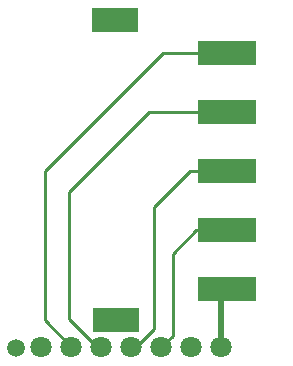
<source format=gbr>
G04 DipTrace 3.3.1.3*
G04 Bottom.gbr*
%MOMM*%
G04 #@! TF.FileFunction,Copper,L2,Bot*
G04 #@! TF.Part,Single*
G04 #@! TA.AperFunction,Conductor*
%ADD10C,0.25*%
%ADD14C,0.5*%
G04 #@! TA.AperFunction,ComponentPad*
%ADD15C,1.8*%
%ADD16C,1.5*%
%ADD17R,4.0X2.0*%
%ADD19R,5.0X2.0*%
%FSLAX35Y35*%
G04*
G71*
G90*
G75*
G01*
G04 Bottom*
%LPD*%
X2105077Y133333D2*
D14*
Y621957D1*
X2153473D1*
X1597077Y133333D2*
D10*
X1690820Y227080D1*
Y921553D1*
X1891223Y1121957D1*
X2153473D1*
X1343077Y133333D2*
X1382350D1*
X1534567Y285550D1*
Y1313753D1*
X1842770Y1621957D1*
X2153473D1*
X1089077Y133333D2*
X1049310D1*
X815240Y367403D1*
Y1442877D1*
X1494320Y2121957D1*
X2153473D1*
X835077Y133333D2*
X612120Y356290D1*
Y1619880D1*
X1614197Y2621957D1*
X2153473D1*
D15*
X2105077Y133333D3*
X1851077D3*
X1597077D3*
X1343077D3*
X1089077D3*
X835077D3*
X581077D3*
D16*
X364217Y122473D3*
D17*
X1210267Y356890D3*
X1200267Y2896890D3*
D19*
X2153473Y2621957D3*
Y2121957D3*
Y1621957D3*
Y1121957D3*
Y621957D3*
G36*
X2403473Y1641977D2*
D1*
Y1631857D1*
D1*
Y1641977D1*
G37*
M02*

</source>
